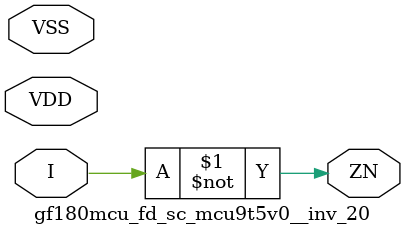
<source format=v>

module gf180mcu_fd_sc_mcu9t5v0__inv_20( I, ZN, VDD, VSS );
input I;
inout VDD, VSS;
output ZN;

	not MGM_BG_0( ZN, I );

endmodule

</source>
